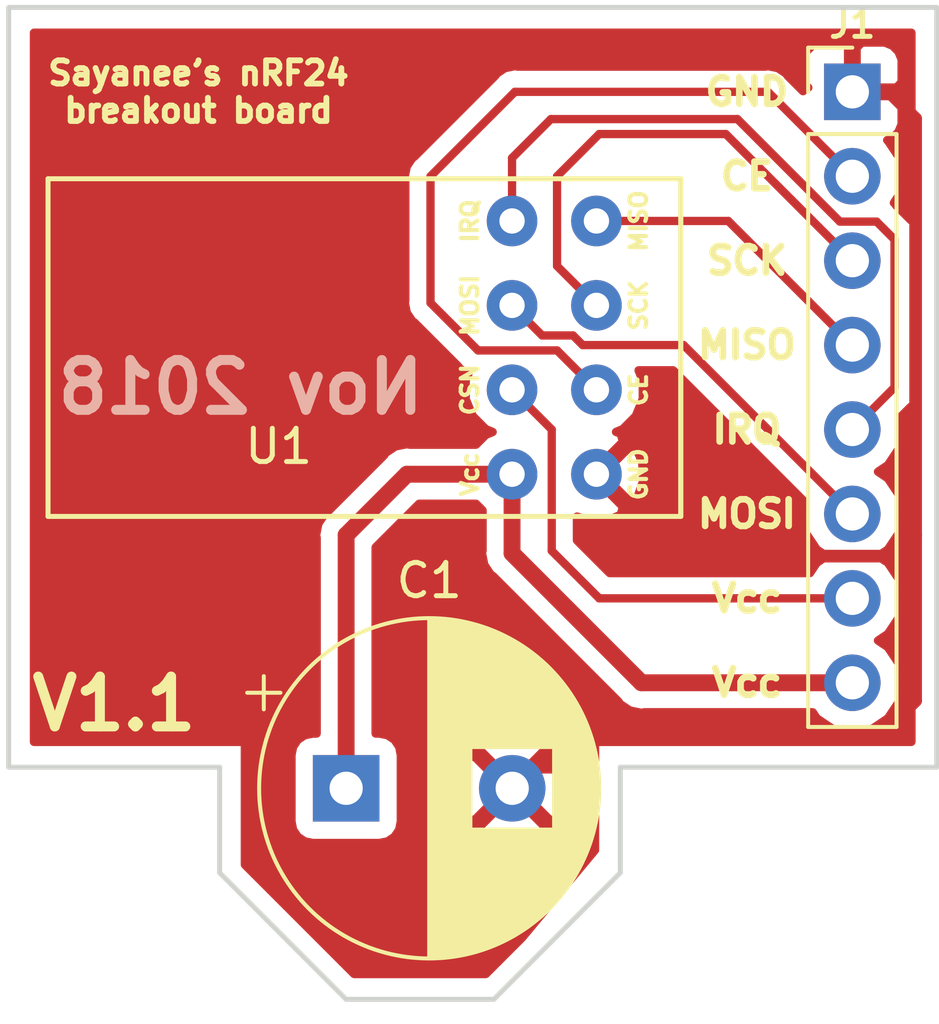
<source format=kicad_pcb>
(kicad_pcb (version 20171130) (host pcbnew "(5.0.1-3-g963ef8bb5)")

  (general
    (thickness 1.6)
    (drawings 22)
    (tracks 49)
    (zones 0)
    (modules 5)
    (nets 9)
  )

  (page A4)
  (title_block
    (title "nRF24 breakout")
    (date 2018-11-20)
    (rev 1.0)
    (comment 1 "Part of KiCad Pro MOOC")
  )

  (layers
    (0 F.Cu signal)
    (31 B.Cu signal)
    (32 B.Adhes user)
    (33 F.Adhes user)
    (34 B.Paste user)
    (35 F.Paste user)
    (36 B.SilkS user)
    (37 F.SilkS user)
    (38 B.Mask user)
    (39 F.Mask user)
    (40 Dwgs.User user)
    (41 Cmts.User user)
    (42 Eco1.User user)
    (43 Eco2.User user)
    (44 Edge.Cuts user)
    (45 Margin user)
    (46 B.CrtYd user)
    (47 F.CrtYd user)
    (48 B.Fab user)
    (49 F.Fab user)
  )

  (setup
    (last_trace_width 0.25)
    (user_trace_width 0.1524)
    (user_trace_width 0.254)
    (user_trace_width 0.381)
    (user_trace_width 0.508)
    (user_trace_width 0.8128)
    (trace_clearance 0.2)
    (zone_clearance 0.508)
    (zone_45_only no)
    (trace_min 0.1524)
    (segment_width 0.2)
    (edge_width 0.15)
    (via_size 0.8)
    (via_drill 0.4)
    (via_min_size 0.4)
    (via_min_drill 0.254)
    (user_via 0.4826 0.3302)
    (user_via 0.5 0.4)
    (user_via 1.905 0.254)
    (uvia_size 0.3)
    (uvia_drill 0.1)
    (uvias_allowed no)
    (uvia_min_size 0.2)
    (uvia_min_drill 0.1)
    (pcb_text_width 0.3)
    (pcb_text_size 1.5 1.5)
    (mod_edge_width 0.15)
    (mod_text_size 1 1)
    (mod_text_width 0.15)
    (pad_size 1.524 1.524)
    (pad_drill 0.762)
    (pad_to_mask_clearance 0.051)
    (solder_mask_min_width 0.25)
    (aux_axis_origin 0 0)
    (visible_elements FFFFFF7F)
    (pcbplotparams
      (layerselection 0x010fc_ffffffff)
      (usegerberextensions true)
      (usegerberattributes false)
      (usegerberadvancedattributes false)
      (creategerberjobfile false)
      (excludeedgelayer true)
      (linewidth 0.100000)
      (plotframeref false)
      (viasonmask false)
      (mode 1)
      (useauxorigin false)
      (hpglpennumber 1)
      (hpglpenspeed 20)
      (hpglpendiameter 15.000000)
      (psnegative false)
      (psa4output false)
      (plotreference true)
      (plotvalue true)
      (plotinvisibletext false)
      (padsonsilk false)
      (subtractmaskfromsilk false)
      (outputformat 1)
      (mirror false)
      (drillshape 0)
      (scaleselection 1)
      (outputdirectory "gerber/"))
  )

  (net 0 "")
  (net 1 "Net-(J1-Pad2)")
  (net 2 "Net-(J1-Pad3)")
  (net 3 "Net-(J1-Pad4)")
  (net 4 "Net-(J1-Pad5)")
  (net 5 "Net-(J1-Pad6)")
  (net 6 "Net-(J1-Pad7)")
  (net 7 "Net-(C1-Pad1)")
  (net 8 "Net-(C1-Pad2)")

  (net_class Default "This is the default net class."
    (clearance 0.2)
    (trace_width 0.25)
    (via_dia 0.8)
    (via_drill 0.4)
    (uvia_dia 0.3)
    (uvia_drill 0.1)
    (add_net "Net-(C1-Pad1)")
    (add_net "Net-(C1-Pad2)")
    (add_net "Net-(J1-Pad2)")
    (add_net "Net-(J1-Pad3)")
    (add_net "Net-(J1-Pad4)")
    (add_net "Net-(J1-Pad5)")
    (add_net "Net-(J1-Pad6)")
    (add_net "Net-(J1-Pad7)")
  )

  (module Connector_PinHeader_2.54mm:PinHeader_1x08_P2.54mm_Vertical (layer F.Cu) (tedit 5BF50D94) (tstamp 5C0C6C5C)
    (at 170.18 88.9)
    (descr "Through hole straight pin header, 1x08, 2.54mm pitch, single row")
    (tags "Through hole pin header THT 1x08 2.54mm single row")
    (path /5BF3742E)
    (fp_text reference J1 (at 0 -2.032) (layer F.SilkS)
      (effects (font (size 0.8 0.8) (thickness 0.15)))
    )
    (fp_text value Conn_01x08 (at 0 20.11) (layer F.Fab) hide
      (effects (font (size 1 1) (thickness 0.15)))
    )
    (fp_line (start -0.635 -1.27) (end 1.27 -1.27) (layer F.Fab) (width 0.1))
    (fp_line (start 1.27 -1.27) (end 1.27 19.05) (layer F.Fab) (width 0.1))
    (fp_line (start 1.27 19.05) (end -1.27 19.05) (layer F.Fab) (width 0.1))
    (fp_line (start -1.27 19.05) (end -1.27 -0.635) (layer F.Fab) (width 0.1))
    (fp_line (start -1.27 -0.635) (end -0.635 -1.27) (layer F.Fab) (width 0.1))
    (fp_line (start -1.33 19.11) (end 1.33 19.11) (layer F.SilkS) (width 0.12))
    (fp_line (start -1.33 1.27) (end -1.33 19.11) (layer F.SilkS) (width 0.12))
    (fp_line (start 1.33 1.27) (end 1.33 19.11) (layer F.SilkS) (width 0.12))
    (fp_line (start -1.33 1.27) (end 1.33 1.27) (layer F.SilkS) (width 0.12))
    (fp_line (start -1.33 0) (end -1.33 -1.33) (layer F.SilkS) (width 0.12))
    (fp_line (start -1.33 -1.33) (end 0 -1.33) (layer F.SilkS) (width 0.12))
    (fp_line (start -1.8 -1.8) (end -1.8 19.55) (layer F.CrtYd) (width 0.05))
    (fp_line (start -1.8 19.55) (end 1.8 19.55) (layer F.CrtYd) (width 0.05))
    (fp_line (start 1.8 19.55) (end 1.8 -1.8) (layer F.CrtYd) (width 0.05))
    (fp_line (start 1.8 -1.8) (end -1.8 -1.8) (layer F.CrtYd) (width 0.05))
    (fp_text user %R (at 0 8.89 90) (layer F.Fab)
      (effects (font (size 1 1) (thickness 0.15)))
    )
    (pad 1 thru_hole rect (at 0 0) (size 1.7 1.7) (drill 1) (layers *.Cu *.Mask)
      (net 8 "Net-(C1-Pad2)"))
    (pad 2 thru_hole oval (at 0 2.54) (size 1.7 1.7) (drill 1) (layers *.Cu *.Mask)
      (net 1 "Net-(J1-Pad2)"))
    (pad 3 thru_hole oval (at 0 5.08) (size 1.7 1.7) (drill 1) (layers *.Cu *.Mask)
      (net 2 "Net-(J1-Pad3)"))
    (pad 4 thru_hole oval (at 0 7.62) (size 1.7 1.7) (drill 1) (layers *.Cu *.Mask)
      (net 3 "Net-(J1-Pad4)"))
    (pad 5 thru_hole oval (at 0 10.16) (size 1.7 1.7) (drill 1) (layers *.Cu *.Mask)
      (net 4 "Net-(J1-Pad5)"))
    (pad 6 thru_hole oval (at 0 12.7) (size 1.7 1.7) (drill 1) (layers *.Cu *.Mask)
      (net 5 "Net-(J1-Pad6)"))
    (pad 7 thru_hole oval (at 0 15.24) (size 1.7 1.7) (drill 1) (layers *.Cu *.Mask)
      (net 6 "Net-(J1-Pad7)"))
    (pad 8 thru_hole oval (at 0 17.78) (size 1.7 1.7) (drill 1) (layers *.Cu *.Mask)
      (net 7 "Net-(C1-Pad1)"))
    (model ${KISYS3DMOD}/Connector_PinHeader_2.54mm.3dshapes/PinHeader_1x08_P2.54mm_Vertical.wrl
      (at (xyz 0 0 0))
      (scale (xyz 1 1 1))
      (rotate (xyz 0 0 0))
    )
  )

  (module nRF24_breakout:nRF24 (layer F.Cu) (tedit 5BF50DB7) (tstamp 5C0C6C75)
    (at 155.490001 96.595001)
    (descr "A footprint for the generic nRF24 module")
    (path /5BF3868E)
    (fp_text reference U1 (at -2.582001 2.972999) (layer F.SilkS)
      (effects (font (size 1 1) (thickness 0.15)))
    )
    (fp_text value nRF24 (at -2.582001 -0.075001) (layer F.Fab)
      (effects (font (size 1 1) (thickness 0.15)))
    )
    (fp_text user GND (at 8.255 3.81 90) (layer F.SilkS)
      (effects (font (size 0.5 0.5) (thickness 0.125)))
    )
    (fp_text user CE (at 8.255 1.27 90) (layer F.SilkS)
      (effects (font (size 0.5 0.5) (thickness 0.125)))
    )
    (fp_text user SCK (at 8.255 -1.27 90) (layer F.SilkS)
      (effects (font (size 0.5 0.5) (thickness 0.125)))
    )
    (fp_text user MISO (at 8.255 -3.81 90) (layer F.SilkS)
      (effects (font (size 0.5 0.5) (thickness 0.125)))
    )
    (fp_text user IRQ (at 3.175 -3.81 90) (layer F.SilkS)
      (effects (font (size 0.5 0.5) (thickness 0.125)))
    )
    (fp_text user MOSI (at 3.175 -1.27 90) (layer F.SilkS)
      (effects (font (size 0.5 0.5) (thickness 0.125)))
    )
    (fp_text user CSN (at 3.175 1.27 90) (layer F.SilkS)
      (effects (font (size 0.5 0.5) (thickness 0.125)))
    )
    (fp_text user Vcc (at 3.175 3.81 90) (layer F.SilkS)
      (effects (font (size 0.5 0.5) (thickness 0.125)))
    )
    (fp_line (start 9.525 5.08) (end 9.525 -5.08) (layer F.SilkS) (width 0.15))
    (fp_line (start -9.525 -5.08) (end -9.525 5.08) (layer F.SilkS) (width 0.15))
    (fp_line (start 9.525 5.08) (end 9.525 -5.08) (layer F.SilkS) (width 0.15))
    (fp_line (start 9.525 -5.08) (end -9.525 -5.08) (layer F.SilkS) (width 0.15))
    (fp_line (start -9.525 5.08) (end 9.525 5.08) (layer F.SilkS) (width 0.15))
    (pad 1 thru_hole circle (at 6.985 1.27) (size 1.524 1.524) (drill 0.762) (layers *.Cu *.Mask)
      (net 1 "Net-(J1-Pad2)"))
    (pad 2 thru_hole circle (at 6.985 -1.27) (size 1.524 1.524) (drill 0.762) (layers *.Cu *.Mask)
      (net 2 "Net-(J1-Pad3)"))
    (pad 3 thru_hole circle (at 6.985 -3.81) (size 1.524 1.524) (drill 0.762) (layers *.Cu *.Mask)
      (net 3 "Net-(J1-Pad4)"))
    (pad 4 thru_hole circle (at 4.445 -3.81) (size 1.524 1.524) (drill 0.762) (layers *.Cu *.Mask)
      (net 4 "Net-(J1-Pad5)"))
    (pad 5 thru_hole circle (at 4.445 -1.27) (size 1.524 1.524) (drill 0.762) (layers *.Cu *.Mask)
      (net 5 "Net-(J1-Pad6)"))
    (pad 6 thru_hole circle (at 4.445 1.27) (size 1.524 1.524) (drill 0.762) (layers *.Cu *.Mask)
      (net 6 "Net-(J1-Pad7)"))
    (pad 7 thru_hole circle (at 4.445 3.81) (size 1.524 1.524) (drill 0.762) (layers *.Cu *.Mask)
      (net 7 "Net-(C1-Pad1)"))
    (pad 0 thru_hole circle (at 6.985 3.81) (size 1.524 1.524) (drill 0.762) (layers *.Cu *.Mask)
      (net 8 "Net-(C1-Pad2)"))
  )

  (module Capacitor_THT:CP_Radial_D10.0mm_P5.00mm (layer F.Cu) (tedit 5AE50EF1) (tstamp 5C027F0D)
    (at 154.94 109.855)
    (descr "CP, Radial series, Radial, pin pitch=5.00mm, , diameter=10mm, Electrolytic Capacitor")
    (tags "CP Radial series Radial pin pitch 5.00mm  diameter 10mm Electrolytic Capacitor")
    (path /5BF515CE)
    (fp_text reference C1 (at 2.5 -6.25) (layer F.SilkS)
      (effects (font (size 1 1) (thickness 0.15)))
    )
    (fp_text value 10uF (at 2.5 6.25) (layer F.Fab)
      (effects (font (size 1 1) (thickness 0.15)))
    )
    (fp_circle (center 2.5 0) (end 7.5 0) (layer F.Fab) (width 0.1))
    (fp_circle (center 2.5 0) (end 7.62 0) (layer F.SilkS) (width 0.12))
    (fp_circle (center 2.5 0) (end 7.75 0) (layer F.CrtYd) (width 0.05))
    (fp_line (start -1.788861 -2.1875) (end -0.788861 -2.1875) (layer F.Fab) (width 0.1))
    (fp_line (start -1.288861 -2.6875) (end -1.288861 -1.6875) (layer F.Fab) (width 0.1))
    (fp_line (start 2.5 -5.08) (end 2.5 5.08) (layer F.SilkS) (width 0.12))
    (fp_line (start 2.54 -5.08) (end 2.54 5.08) (layer F.SilkS) (width 0.12))
    (fp_line (start 2.58 -5.08) (end 2.58 5.08) (layer F.SilkS) (width 0.12))
    (fp_line (start 2.62 -5.079) (end 2.62 5.079) (layer F.SilkS) (width 0.12))
    (fp_line (start 2.66 -5.078) (end 2.66 5.078) (layer F.SilkS) (width 0.12))
    (fp_line (start 2.7 -5.077) (end 2.7 5.077) (layer F.SilkS) (width 0.12))
    (fp_line (start 2.74 -5.075) (end 2.74 5.075) (layer F.SilkS) (width 0.12))
    (fp_line (start 2.78 -5.073) (end 2.78 5.073) (layer F.SilkS) (width 0.12))
    (fp_line (start 2.82 -5.07) (end 2.82 5.07) (layer F.SilkS) (width 0.12))
    (fp_line (start 2.86 -5.068) (end 2.86 5.068) (layer F.SilkS) (width 0.12))
    (fp_line (start 2.9 -5.065) (end 2.9 5.065) (layer F.SilkS) (width 0.12))
    (fp_line (start 2.94 -5.062) (end 2.94 5.062) (layer F.SilkS) (width 0.12))
    (fp_line (start 2.98 -5.058) (end 2.98 5.058) (layer F.SilkS) (width 0.12))
    (fp_line (start 3.02 -5.054) (end 3.02 5.054) (layer F.SilkS) (width 0.12))
    (fp_line (start 3.06 -5.05) (end 3.06 5.05) (layer F.SilkS) (width 0.12))
    (fp_line (start 3.1 -5.045) (end 3.1 5.045) (layer F.SilkS) (width 0.12))
    (fp_line (start 3.14 -5.04) (end 3.14 5.04) (layer F.SilkS) (width 0.12))
    (fp_line (start 3.18 -5.035) (end 3.18 5.035) (layer F.SilkS) (width 0.12))
    (fp_line (start 3.221 -5.03) (end 3.221 5.03) (layer F.SilkS) (width 0.12))
    (fp_line (start 3.261 -5.024) (end 3.261 5.024) (layer F.SilkS) (width 0.12))
    (fp_line (start 3.301 -5.018) (end 3.301 5.018) (layer F.SilkS) (width 0.12))
    (fp_line (start 3.341 -5.011) (end 3.341 5.011) (layer F.SilkS) (width 0.12))
    (fp_line (start 3.381 -5.004) (end 3.381 5.004) (layer F.SilkS) (width 0.12))
    (fp_line (start 3.421 -4.997) (end 3.421 4.997) (layer F.SilkS) (width 0.12))
    (fp_line (start 3.461 -4.99) (end 3.461 4.99) (layer F.SilkS) (width 0.12))
    (fp_line (start 3.501 -4.982) (end 3.501 4.982) (layer F.SilkS) (width 0.12))
    (fp_line (start 3.541 -4.974) (end 3.541 4.974) (layer F.SilkS) (width 0.12))
    (fp_line (start 3.581 -4.965) (end 3.581 4.965) (layer F.SilkS) (width 0.12))
    (fp_line (start 3.621 -4.956) (end 3.621 4.956) (layer F.SilkS) (width 0.12))
    (fp_line (start 3.661 -4.947) (end 3.661 4.947) (layer F.SilkS) (width 0.12))
    (fp_line (start 3.701 -4.938) (end 3.701 4.938) (layer F.SilkS) (width 0.12))
    (fp_line (start 3.741 -4.928) (end 3.741 4.928) (layer F.SilkS) (width 0.12))
    (fp_line (start 3.781 -4.918) (end 3.781 -1.241) (layer F.SilkS) (width 0.12))
    (fp_line (start 3.781 1.241) (end 3.781 4.918) (layer F.SilkS) (width 0.12))
    (fp_line (start 3.821 -4.907) (end 3.821 -1.241) (layer F.SilkS) (width 0.12))
    (fp_line (start 3.821 1.241) (end 3.821 4.907) (layer F.SilkS) (width 0.12))
    (fp_line (start 3.861 -4.897) (end 3.861 -1.241) (layer F.SilkS) (width 0.12))
    (fp_line (start 3.861 1.241) (end 3.861 4.897) (layer F.SilkS) (width 0.12))
    (fp_line (start 3.901 -4.885) (end 3.901 -1.241) (layer F.SilkS) (width 0.12))
    (fp_line (start 3.901 1.241) (end 3.901 4.885) (layer F.SilkS) (width 0.12))
    (fp_line (start 3.941 -4.874) (end 3.941 -1.241) (layer F.SilkS) (width 0.12))
    (fp_line (start 3.941 1.241) (end 3.941 4.874) (layer F.SilkS) (width 0.12))
    (fp_line (start 3.981 -4.862) (end 3.981 -1.241) (layer F.SilkS) (width 0.12))
    (fp_line (start 3.981 1.241) (end 3.981 4.862) (layer F.SilkS) (width 0.12))
    (fp_line (start 4.021 -4.85) (end 4.021 -1.241) (layer F.SilkS) (width 0.12))
    (fp_line (start 4.021 1.241) (end 4.021 4.85) (layer F.SilkS) (width 0.12))
    (fp_line (start 4.061 -4.837) (end 4.061 -1.241) (layer F.SilkS) (width 0.12))
    (fp_line (start 4.061 1.241) (end 4.061 4.837) (layer F.SilkS) (width 0.12))
    (fp_line (start 4.101 -4.824) (end 4.101 -1.241) (layer F.SilkS) (width 0.12))
    (fp_line (start 4.101 1.241) (end 4.101 4.824) (layer F.SilkS) (width 0.12))
    (fp_line (start 4.141 -4.811) (end 4.141 -1.241) (layer F.SilkS) (width 0.12))
    (fp_line (start 4.141 1.241) (end 4.141 4.811) (layer F.SilkS) (width 0.12))
    (fp_line (start 4.181 -4.797) (end 4.181 -1.241) (layer F.SilkS) (width 0.12))
    (fp_line (start 4.181 1.241) (end 4.181 4.797) (layer F.SilkS) (width 0.12))
    (fp_line (start 4.221 -4.783) (end 4.221 -1.241) (layer F.SilkS) (width 0.12))
    (fp_line (start 4.221 1.241) (end 4.221 4.783) (layer F.SilkS) (width 0.12))
    (fp_line (start 4.261 -4.768) (end 4.261 -1.241) (layer F.SilkS) (width 0.12))
    (fp_line (start 4.261 1.241) (end 4.261 4.768) (layer F.SilkS) (width 0.12))
    (fp_line (start 4.301 -4.754) (end 4.301 -1.241) (layer F.SilkS) (width 0.12))
    (fp_line (start 4.301 1.241) (end 4.301 4.754) (layer F.SilkS) (width 0.12))
    (fp_line (start 4.341 -4.738) (end 4.341 -1.241) (layer F.SilkS) (width 0.12))
    (fp_line (start 4.341 1.241) (end 4.341 4.738) (layer F.SilkS) (width 0.12))
    (fp_line (start 4.381 -4.723) (end 4.381 -1.241) (layer F.SilkS) (width 0.12))
    (fp_line (start 4.381 1.241) (end 4.381 4.723) (layer F.SilkS) (width 0.12))
    (fp_line (start 4.421 -4.707) (end 4.421 -1.241) (layer F.SilkS) (width 0.12))
    (fp_line (start 4.421 1.241) (end 4.421 4.707) (layer F.SilkS) (width 0.12))
    (fp_line (start 4.461 -4.69) (end 4.461 -1.241) (layer F.SilkS) (width 0.12))
    (fp_line (start 4.461 1.241) (end 4.461 4.69) (layer F.SilkS) (width 0.12))
    (fp_line (start 4.501 -4.674) (end 4.501 -1.241) (layer F.SilkS) (width 0.12))
    (fp_line (start 4.501 1.241) (end 4.501 4.674) (layer F.SilkS) (width 0.12))
    (fp_line (start 4.541 -4.657) (end 4.541 -1.241) (layer F.SilkS) (width 0.12))
    (fp_line (start 4.541 1.241) (end 4.541 4.657) (layer F.SilkS) (width 0.12))
    (fp_line (start 4.581 -4.639) (end 4.581 -1.241) (layer F.SilkS) (width 0.12))
    (fp_line (start 4.581 1.241) (end 4.581 4.639) (layer F.SilkS) (width 0.12))
    (fp_line (start 4.621 -4.621) (end 4.621 -1.241) (layer F.SilkS) (width 0.12))
    (fp_line (start 4.621 1.241) (end 4.621 4.621) (layer F.SilkS) (width 0.12))
    (fp_line (start 4.661 -4.603) (end 4.661 -1.241) (layer F.SilkS) (width 0.12))
    (fp_line (start 4.661 1.241) (end 4.661 4.603) (layer F.SilkS) (width 0.12))
    (fp_line (start 4.701 -4.584) (end 4.701 -1.241) (layer F.SilkS) (width 0.12))
    (fp_line (start 4.701 1.241) (end 4.701 4.584) (layer F.SilkS) (width 0.12))
    (fp_line (start 4.741 -4.564) (end 4.741 -1.241) (layer F.SilkS) (width 0.12))
    (fp_line (start 4.741 1.241) (end 4.741 4.564) (layer F.SilkS) (width 0.12))
    (fp_line (start 4.781 -4.545) (end 4.781 -1.241) (layer F.SilkS) (width 0.12))
    (fp_line (start 4.781 1.241) (end 4.781 4.545) (layer F.SilkS) (width 0.12))
    (fp_line (start 4.821 -4.525) (end 4.821 -1.241) (layer F.SilkS) (width 0.12))
    (fp_line (start 4.821 1.241) (end 4.821 4.525) (layer F.SilkS) (width 0.12))
    (fp_line (start 4.861 -4.504) (end 4.861 -1.241) (layer F.SilkS) (width 0.12))
    (fp_line (start 4.861 1.241) (end 4.861 4.504) (layer F.SilkS) (width 0.12))
    (fp_line (start 4.901 -4.483) (end 4.901 -1.241) (layer F.SilkS) (width 0.12))
    (fp_line (start 4.901 1.241) (end 4.901 4.483) (layer F.SilkS) (width 0.12))
    (fp_line (start 4.941 -4.462) (end 4.941 -1.241) (layer F.SilkS) (width 0.12))
    (fp_line (start 4.941 1.241) (end 4.941 4.462) (layer F.SilkS) (width 0.12))
    (fp_line (start 4.981 -4.44) (end 4.981 -1.241) (layer F.SilkS) (width 0.12))
    (fp_line (start 4.981 1.241) (end 4.981 4.44) (layer F.SilkS) (width 0.12))
    (fp_line (start 5.021 -4.417) (end 5.021 -1.241) (layer F.SilkS) (width 0.12))
    (fp_line (start 5.021 1.241) (end 5.021 4.417) (layer F.SilkS) (width 0.12))
    (fp_line (start 5.061 -4.395) (end 5.061 -1.241) (layer F.SilkS) (width 0.12))
    (fp_line (start 5.061 1.241) (end 5.061 4.395) (layer F.SilkS) (width 0.12))
    (fp_line (start 5.101 -4.371) (end 5.101 -1.241) (layer F.SilkS) (width 0.12))
    (fp_line (start 5.101 1.241) (end 5.101 4.371) (layer F.SilkS) (width 0.12))
    (fp_line (start 5.141 -4.347) (end 5.141 -1.241) (layer F.SilkS) (width 0.12))
    (fp_line (start 5.141 1.241) (end 5.141 4.347) (layer F.SilkS) (width 0.12))
    (fp_line (start 5.181 -4.323) (end 5.181 -1.241) (layer F.SilkS) (width 0.12))
    (fp_line (start 5.181 1.241) (end 5.181 4.323) (layer F.SilkS) (width 0.12))
    (fp_line (start 5.221 -4.298) (end 5.221 -1.241) (layer F.SilkS) (width 0.12))
    (fp_line (start 5.221 1.241) (end 5.221 4.298) (layer F.SilkS) (width 0.12))
    (fp_line (start 5.261 -4.273) (end 5.261 -1.241) (layer F.SilkS) (width 0.12))
    (fp_line (start 5.261 1.241) (end 5.261 4.273) (layer F.SilkS) (width 0.12))
    (fp_line (start 5.301 -4.247) (end 5.301 -1.241) (layer F.SilkS) (width 0.12))
    (fp_line (start 5.301 1.241) (end 5.301 4.247) (layer F.SilkS) (width 0.12))
    (fp_line (start 5.341 -4.221) (end 5.341 -1.241) (layer F.SilkS) (width 0.12))
    (fp_line (start 5.341 1.241) (end 5.341 4.221) (layer F.SilkS) (width 0.12))
    (fp_line (start 5.381 -4.194) (end 5.381 -1.241) (layer F.SilkS) (width 0.12))
    (fp_line (start 5.381 1.241) (end 5.381 4.194) (layer F.SilkS) (width 0.12))
    (fp_line (start 5.421 -4.166) (end 5.421 -1.241) (layer F.SilkS) (width 0.12))
    (fp_line (start 5.421 1.241) (end 5.421 4.166) (layer F.SilkS) (width 0.12))
    (fp_line (start 5.461 -4.138) (end 5.461 -1.241) (layer F.SilkS) (width 0.12))
    (fp_line (start 5.461 1.241) (end 5.461 4.138) (layer F.SilkS) (width 0.12))
    (fp_line (start 5.501 -4.11) (end 5.501 -1.241) (layer F.SilkS) (width 0.12))
    (fp_line (start 5.501 1.241) (end 5.501 4.11) (layer F.SilkS) (width 0.12))
    (fp_line (start 5.541 -4.08) (end 5.541 -1.241) (layer F.SilkS) (width 0.12))
    (fp_line (start 5.541 1.241) (end 5.541 4.08) (layer F.SilkS) (width 0.12))
    (fp_line (start 5.581 -4.05) (end 5.581 -1.241) (layer F.SilkS) (width 0.12))
    (fp_line (start 5.581 1.241) (end 5.581 4.05) (layer F.SilkS) (width 0.12))
    (fp_line (start 5.621 -4.02) (end 5.621 -1.241) (layer F.SilkS) (width 0.12))
    (fp_line (start 5.621 1.241) (end 5.621 4.02) (layer F.SilkS) (width 0.12))
    (fp_line (start 5.661 -3.989) (end 5.661 -1.241) (layer F.SilkS) (width 0.12))
    (fp_line (start 5.661 1.241) (end 5.661 3.989) (layer F.SilkS) (width 0.12))
    (fp_line (start 5.701 -3.957) (end 5.701 -1.241) (layer F.SilkS) (width 0.12))
    (fp_line (start 5.701 1.241) (end 5.701 3.957) (layer F.SilkS) (width 0.12))
    (fp_line (start 5.741 -3.925) (end 5.741 -1.241) (layer F.SilkS) (width 0.12))
    (fp_line (start 5.741 1.241) (end 5.741 3.925) (layer F.SilkS) (width 0.12))
    (fp_line (start 5.781 -3.892) (end 5.781 -1.241) (layer F.SilkS) (width 0.12))
    (fp_line (start 5.781 1.241) (end 5.781 3.892) (layer F.SilkS) (width 0.12))
    (fp_line (start 5.821 -3.858) (end 5.821 -1.241) (layer F.SilkS) (width 0.12))
    (fp_line (start 5.821 1.241) (end 5.821 3.858) (layer F.SilkS) (width 0.12))
    (fp_line (start 5.861 -3.824) (end 5.861 -1.241) (layer F.SilkS) (width 0.12))
    (fp_line (start 5.861 1.241) (end 5.861 3.824) (layer F.SilkS) (width 0.12))
    (fp_line (start 5.901 -3.789) (end 5.901 -1.241) (layer F.SilkS) (width 0.12))
    (fp_line (start 5.901 1.241) (end 5.901 3.789) (layer F.SilkS) (width 0.12))
    (fp_line (start 5.941 -3.753) (end 5.941 -1.241) (layer F.SilkS) (width 0.12))
    (fp_line (start 5.941 1.241) (end 5.941 3.753) (layer F.SilkS) (width 0.12))
    (fp_line (start 5.981 -3.716) (end 5.981 -1.241) (layer F.SilkS) (width 0.12))
    (fp_line (start 5.981 1.241) (end 5.981 3.716) (layer F.SilkS) (width 0.12))
    (fp_line (start 6.021 -3.679) (end 6.021 -1.241) (layer F.SilkS) (width 0.12))
    (fp_line (start 6.021 1.241) (end 6.021 3.679) (layer F.SilkS) (width 0.12))
    (fp_line (start 6.061 -3.64) (end 6.061 -1.241) (layer F.SilkS) (width 0.12))
    (fp_line (start 6.061 1.241) (end 6.061 3.64) (layer F.SilkS) (width 0.12))
    (fp_line (start 6.101 -3.601) (end 6.101 -1.241) (layer F.SilkS) (width 0.12))
    (fp_line (start 6.101 1.241) (end 6.101 3.601) (layer F.SilkS) (width 0.12))
    (fp_line (start 6.141 -3.561) (end 6.141 -1.241) (layer F.SilkS) (width 0.12))
    (fp_line (start 6.141 1.241) (end 6.141 3.561) (layer F.SilkS) (width 0.12))
    (fp_line (start 6.181 -3.52) (end 6.181 -1.241) (layer F.SilkS) (width 0.12))
    (fp_line (start 6.181 1.241) (end 6.181 3.52) (layer F.SilkS) (width 0.12))
    (fp_line (start 6.221 -3.478) (end 6.221 -1.241) (layer F.SilkS) (width 0.12))
    (fp_line (start 6.221 1.241) (end 6.221 3.478) (layer F.SilkS) (width 0.12))
    (fp_line (start 6.261 -3.436) (end 6.261 3.436) (layer F.SilkS) (width 0.12))
    (fp_line (start 6.301 -3.392) (end 6.301 3.392) (layer F.SilkS) (width 0.12))
    (fp_line (start 6.341 -3.347) (end 6.341 3.347) (layer F.SilkS) (width 0.12))
    (fp_line (start 6.381 -3.301) (end 6.381 3.301) (layer F.SilkS) (width 0.12))
    (fp_line (start 6.421 -3.254) (end 6.421 3.254) (layer F.SilkS) (width 0.12))
    (fp_line (start 6.461 -3.206) (end 6.461 3.206) (layer F.SilkS) (width 0.12))
    (fp_line (start 6.501 -3.156) (end 6.501 3.156) (layer F.SilkS) (width 0.12))
    (fp_line (start 6.541 -3.106) (end 6.541 3.106) (layer F.SilkS) (width 0.12))
    (fp_line (start 6.581 -3.054) (end 6.581 3.054) (layer F.SilkS) (width 0.12))
    (fp_line (start 6.621 -3) (end 6.621 3) (layer F.SilkS) (width 0.12))
    (fp_line (start 6.661 -2.945) (end 6.661 2.945) (layer F.SilkS) (width 0.12))
    (fp_line (start 6.701 -2.889) (end 6.701 2.889) (layer F.SilkS) (width 0.12))
    (fp_line (start 6.741 -2.83) (end 6.741 2.83) (layer F.SilkS) (width 0.12))
    (fp_line (start 6.781 -2.77) (end 6.781 2.77) (layer F.SilkS) (width 0.12))
    (fp_line (start 6.821 -2.709) (end 6.821 2.709) (layer F.SilkS) (width 0.12))
    (fp_line (start 6.861 -2.645) (end 6.861 2.645) (layer F.SilkS) (width 0.12))
    (fp_line (start 6.901 -2.579) (end 6.901 2.579) (layer F.SilkS) (width 0.12))
    (fp_line (start 6.941 -2.51) (end 6.941 2.51) (layer F.SilkS) (width 0.12))
    (fp_line (start 6.981 -2.439) (end 6.981 2.439) (layer F.SilkS) (width 0.12))
    (fp_line (start 7.021 -2.365) (end 7.021 2.365) (layer F.SilkS) (width 0.12))
    (fp_line (start 7.061 -2.289) (end 7.061 2.289) (layer F.SilkS) (width 0.12))
    (fp_line (start 7.101 -2.209) (end 7.101 2.209) (layer F.SilkS) (width 0.12))
    (fp_line (start 7.141 -2.125) (end 7.141 2.125) (layer F.SilkS) (width 0.12))
    (fp_line (start 7.181 -2.037) (end 7.181 2.037) (layer F.SilkS) (width 0.12))
    (fp_line (start 7.221 -1.944) (end 7.221 1.944) (layer F.SilkS) (width 0.12))
    (fp_line (start 7.261 -1.846) (end 7.261 1.846) (layer F.SilkS) (width 0.12))
    (fp_line (start 7.301 -1.742) (end 7.301 1.742) (layer F.SilkS) (width 0.12))
    (fp_line (start 7.341 -1.63) (end 7.341 1.63) (layer F.SilkS) (width 0.12))
    (fp_line (start 7.381 -1.51) (end 7.381 1.51) (layer F.SilkS) (width 0.12))
    (fp_line (start 7.421 -1.378) (end 7.421 1.378) (layer F.SilkS) (width 0.12))
    (fp_line (start 7.461 -1.23) (end 7.461 1.23) (layer F.SilkS) (width 0.12))
    (fp_line (start 7.501 -1.062) (end 7.501 1.062) (layer F.SilkS) (width 0.12))
    (fp_line (start 7.541 -0.862) (end 7.541 0.862) (layer F.SilkS) (width 0.12))
    (fp_line (start 7.581 -0.599) (end 7.581 0.599) (layer F.SilkS) (width 0.12))
    (fp_line (start -2.979646 -2.875) (end -1.979646 -2.875) (layer F.SilkS) (width 0.12))
    (fp_line (start -2.479646 -3.375) (end -2.479646 -2.375) (layer F.SilkS) (width 0.12))
    (fp_text user %R (at 2.5 0) (layer F.Fab)
      (effects (font (size 1 1) (thickness 0.15)))
    )
    (pad 1 thru_hole rect (at 0 0) (size 2 2) (drill 1) (layers *.Cu *.Mask)
      (net 7 "Net-(C1-Pad1)"))
    (pad 2 thru_hole circle (at 5 0) (size 2 2) (drill 1) (layers *.Cu *.Mask)
      (net 8 "Net-(C1-Pad2)"))
    (model ${KISYS3DMOD}/Capacitor_THT.3dshapes/CP_Radial_D10.0mm_P5.00mm.wrl
      (at (xyz 0 0 0))
      (scale (xyz 1 1 1))
      (rotate (xyz 0 0 0))
    )
  )

  (module Logo_OSH:osh_logo (layer F.Cu) (tedit 0) (tstamp 5C0EFA04)
    (at 147.32 88.265)
    (fp_text reference G*** (at 0 0) (layer F.SilkS) hide
      (effects (font (size 1.524 1.524) (thickness 0.3)))
    )
    (fp_text value LOGO (at 0.75 0) (layer F.SilkS) hide
      (effects (font (size 1.524 1.524) (thickness 0.3)))
    )
  )

  (module Logo_OSH:osh_logo (layer F.Cu) (tedit 0) (tstamp 5C0EFA0B)
    (at 147.32 88.265)
    (fp_text reference G*** (at 0 0) (layer F.SilkS) hide
      (effects (font (size 1.524 1.524) (thickness 0.3)))
    )
    (fp_text value LOGO (at 0.75 0) (layer F.SilkS) hide
      (effects (font (size 1.524 1.524) (thickness 0.3)))
    )
  )

  (gr_text "Nov 2018" (at 151.765 97.79) (layer B.SilkS)
    (effects (font (size 1.5 1.5) (thickness 0.3)) (justify mirror))
  )
  (gr_text "Sayanee’s nRF24\nbreakout board" (at 150.495 88.9) (layer F.SilkS)
    (effects (font (size 0.7 0.7) (thickness 0.175)))
  )
  (gr_line (start 163.195 109.22) (end 172.72 109.22) (layer Edge.Cuts) (width 0.15))
  (gr_line (start 163.195 112.395) (end 163.195 109.22) (layer Edge.Cuts) (width 0.15))
  (gr_line (start 159.385 116.205) (end 163.195 112.395) (layer Edge.Cuts) (width 0.15))
  (gr_line (start 154.94 116.205) (end 159.385 116.205) (layer Edge.Cuts) (width 0.15))
  (gr_line (start 153.67 114.935) (end 154.94 116.205) (layer Edge.Cuts) (width 0.15))
  (gr_line (start 151.13 112.395) (end 153.67 114.935) (layer Edge.Cuts) (width 0.15))
  (gr_line (start 151.13 109.22) (end 151.13 112.395) (layer Edge.Cuts) (width 0.15))
  (gr_line (start 144.78 109.22) (end 151.13 109.22) (layer Edge.Cuts) (width 0.15))
  (gr_text V1.1 (at 147.955 107.315) (layer F.SilkS)
    (effects (font (size 1.5 1.5) (thickness 0.3)))
  )
  (gr_text GND (at 167.005 88.9) (layer F.SilkS) (tstamp 5BF51205)
    (effects (font (size 0.8 0.8) (thickness 0.2)))
  )
  (gr_text CE (at 167.005 91.44) (layer F.SilkS) (tstamp 5BF51203)
    (effects (font (size 0.8 0.8) (thickness 0.2)))
  )
  (gr_text SCK (at 167.005 93.98) (layer F.SilkS) (tstamp 5BF51201)
    (effects (font (size 0.8 0.8) (thickness 0.2)))
  )
  (gr_text MISO (at 167.005 96.52) (layer F.SilkS) (tstamp 5BF511FF)
    (effects (font (size 0.8 0.8) (thickness 0.2)))
  )
  (gr_text IRQ (at 167.005 99.06) (layer F.SilkS) (tstamp 5BF511FD)
    (effects (font (size 0.8 0.8) (thickness 0.2)))
  )
  (gr_text MOSI (at 167.005 101.6) (layer F.SilkS) (tstamp 5BF511FB)
    (effects (font (size 0.8 0.8) (thickness 0.2)))
  )
  (gr_text Vcc (at 167.005 104.14) (layer F.SilkS) (tstamp 5BF511F7)
    (effects (font (size 0.8 0.8) (thickness 0.2)))
  )
  (gr_text Vcc (at 167.005 106.68) (layer F.SilkS)
    (effects (font (size 0.8 0.8) (thickness 0.2)))
  )
  (gr_line (start 172.72 109.22) (end 172.72 86.36) (layer Edge.Cuts) (width 0.15))
  (gr_line (start 144.78 86.36) (end 144.78 109.22) (layer Edge.Cuts) (width 0.15))
  (gr_line (start 172.72 86.36) (end 144.78 86.36) (layer Edge.Cuts) (width 0.15))

  (segment (start 167.64 88.9) (end 170.18 91.44) (width 0.25) (layer F.Cu) (net 1))
  (segment (start 160.02 88.9) (end 167.64 88.9) (width 0.25) (layer F.Cu) (net 1))
  (segment (start 158.91 96.68) (end 157.48 95.25) (width 0.25) (layer F.Cu) (net 1))
  (segment (start 161.29 96.68) (end 158.91 96.68) (width 0.25) (layer F.Cu) (net 1))
  (segment (start 157.48 91.44) (end 160.02 88.9) (width 0.25) (layer F.Cu) (net 1))
  (segment (start 157.48 95.25) (end 157.48 91.44) (width 0.25) (layer F.Cu) (net 1))
  (segment (start 162.475001 97.865001) (end 161.29 96.68) (width 0.25) (layer F.Cu) (net 1))
  (segment (start 162.475001 95.325001) (end 161.29 94.14) (width 0.25) (layer F.Cu) (net 2))
  (segment (start 161.29 94.14) (end 161.29 91.44) (width 0.25) (layer F.Cu) (net 2))
  (segment (start 161.29 91.44) (end 162.56 90.17) (width 0.25) (layer F.Cu) (net 2))
  (segment (start 162.56 90.17) (end 166.37 90.17) (width 0.25) (layer F.Cu) (net 2))
  (segment (start 166.37 90.17) (end 170.18 93.98) (width 0.25) (layer F.Cu) (net 2))
  (segment (start 166.445001 92.785001) (end 170.18 96.52) (width 0.25) (layer F.Cu) (net 3))
  (segment (start 162.475001 92.785001) (end 166.445001 92.785001) (width 0.25) (layer F.Cu) (net 3))
  (segment (start 159.935001 92.785001) (end 159.935001 90.889999) (width 0.25) (layer F.Cu) (net 4))
  (segment (start 169.805997 92.804999) (end 170.909999 92.804999) (width 0.25) (layer F.Cu) (net 4))
  (segment (start 166.720989 89.719991) (end 169.805997 92.804999) (width 0.25) (layer F.Cu) (net 4))
  (segment (start 161.105009 89.719991) (end 166.720989 89.719991) (width 0.25) (layer F.Cu) (net 4))
  (segment (start 159.935001 90.889999) (end 161.105009 89.719991) (width 0.25) (layer F.Cu) (net 4))
  (segment (start 170.909999 92.804999) (end 171.45 93.345) (width 0.25) (layer F.Cu) (net 4))
  (segment (start 171.45 97.79) (end 170.18 99.06) (width 0.25) (layer F.Cu) (net 4))
  (segment (start 171.45 93.345) (end 171.45 97.79) (width 0.25) (layer F.Cu) (net 4))
  (segment (start 159.935001 95.325001) (end 160.83999 96.22999) (width 0.25) (layer F.Cu) (net 5))
  (segment (start 161.771228 96.22999) (end 162.061238 96.52) (width 0.25) (layer F.Cu) (net 5))
  (segment (start 160.83999 96.22999) (end 161.771228 96.22999) (width 0.25) (layer F.Cu) (net 5))
  (segment (start 165.1 96.52) (end 170.18 101.6) (width 0.25) (layer F.Cu) (net 5))
  (segment (start 162.061238 96.52) (end 165.1 96.52) (width 0.25) (layer F.Cu) (net 5))
  (segment (start 159.935001 97.865001) (end 161.13 99.06) (width 0.25) (layer F.Cu) (net 6))
  (segment (start 161.13 99.06) (end 161.13 102.71) (width 0.25) (layer F.Cu) (net 6))
  (segment (start 162.56 104.14) (end 170.18 104.14) (width 0.25) (layer F.Cu) (net 6))
  (segment (start 161.13 102.71) (end 162.56 104.14) (width 0.25) (layer F.Cu) (net 6))
  (segment (start 163.83 106.68) (end 159.935001 102.785001) (width 0.508) (layer F.Cu) (net 7))
  (segment (start 159.935001 102.785001) (end 159.935001 100.405001) (width 0.508) (layer F.Cu) (net 7))
  (segment (start 170.18 106.68) (end 163.83 106.68) (width 0.508) (layer F.Cu) (net 7))
  (segment (start 154.94 102.235) (end 156.769999 100.405001) (width 0.508) (layer F.Cu) (net 7))
  (segment (start 156.769999 100.405001) (end 159.935001 100.405001) (width 0.508) (layer F.Cu) (net 7))
  (segment (start 154.94 109.855) (end 154.94 102.235) (width 0.508) (layer F.Cu) (net 7))
  (segment (start 171.28 88.9) (end 170.18 88.9) (width 0.381) (layer F.Cu) (net 8))
  (segment (start 164.94 102.87) (end 171.45 102.87) (width 0.381) (layer F.Cu) (net 8))
  (segment (start 172.085 102.235) (end 172.085 89.705) (width 0.381) (layer F.Cu) (net 8))
  (segment (start 171.45 102.87) (end 172.085 102.235) (width 0.381) (layer F.Cu) (net 8))
  (segment (start 172.085 89.705) (end 171.28 88.9) (width 0.381) (layer F.Cu) (net 8))
  (segment (start 162.475001 100.405001) (end 164.94 102.87) (width 0.381) (layer F.Cu) (net 8))
  (segment (start 162.169999 108.220001) (end 171.085001 108.220001) (width 0.381) (layer F.Cu) (net 8))
  (segment (start 161.17 109.22) (end 162.169999 108.220001) (width 0.381) (layer F.Cu) (net 8))
  (segment (start 172.085 107.220002) (end 172.085 102.235) (width 0.381) (layer F.Cu) (net 8))
  (segment (start 171.085001 108.220001) (end 172.085 107.220002) (width 0.381) (layer F.Cu) (net 8))
  (segment (start 160.575 109.22) (end 159.94 109.855) (width 0.25) (layer F.Cu) (net 8))
  (segment (start 161.17 109.22) (end 160.575 109.22) (width 0.381) (layer F.Cu) (net 8))

  (zone (net 8) (net_name "Net-(C1-Pad2)") (layer F.Cu) (tstamp 5C028A82) (hatch edge 0.508)
    (connect_pads (clearance 0.508))
    (min_thickness 0.254)
    (fill yes (arc_segments 16) (thermal_gap 0.508) (thermal_bridge_width 0.508))
    (polygon
      (pts
        (xy 172.085 108.585) (xy 163.195 108.585) (xy 162.56 108.585) (xy 162.56 111.76) (xy 159.385 115.57)
        (xy 154.94 115.57) (xy 151.765 112.395) (xy 151.765 108.585) (xy 145.415 108.585) (xy 145.415 86.995)
        (xy 172.085 86.995)
      )
    )
    (filled_polygon
      (pts
        (xy 171.958 92.770391) (xy 171.934473 92.754671) (xy 171.50033 92.320529) (xy 171.457928 92.25707) (xy 171.431738 92.23957)
        (xy 171.578839 92.019418) (xy 171.694092 91.44) (xy 171.578839 90.860582) (xy 171.250625 90.369375) (xy 171.228967 90.354904)
        (xy 171.389698 90.288327) (xy 171.568327 90.109699) (xy 171.665 89.87631) (xy 171.665 89.18575) (xy 171.50625 89.027)
        (xy 170.307 89.027) (xy 170.307 89.047) (xy 170.053 89.047) (xy 170.053 89.027) (xy 170.033 89.027)
        (xy 170.033 88.773) (xy 170.053 88.773) (xy 170.053 87.57375) (xy 170.307 87.57375) (xy 170.307 88.773)
        (xy 171.50625 88.773) (xy 171.665 88.61425) (xy 171.665 87.92369) (xy 171.568327 87.690301) (xy 171.389698 87.511673)
        (xy 171.156309 87.415) (xy 170.46575 87.415) (xy 170.307 87.57375) (xy 170.053 87.57375) (xy 169.89425 87.415)
        (xy 169.203691 87.415) (xy 168.970302 87.511673) (xy 168.791673 87.690301) (xy 168.695 87.92369) (xy 168.695 88.61425)
        (xy 168.853748 88.772998) (xy 168.695 88.772998) (xy 168.695 88.880198) (xy 168.230331 88.41553) (xy 168.187929 88.352071)
        (xy 167.936537 88.184096) (xy 167.714852 88.14) (xy 167.714847 88.14) (xy 167.64 88.125112) (xy 167.565153 88.14)
        (xy 160.094846 88.14) (xy 160.019999 88.125112) (xy 159.945152 88.14) (xy 159.945148 88.14) (xy 159.723463 88.184096)
        (xy 159.723461 88.184097) (xy 159.723462 88.184097) (xy 159.535526 88.309671) (xy 159.535524 88.309673) (xy 159.472071 88.352071)
        (xy 159.429673 88.415524) (xy 156.995528 90.849671) (xy 156.932072 90.892071) (xy 156.889673 90.955526) (xy 156.889671 90.955528)
        (xy 156.764097 91.143463) (xy 156.705112 91.44) (xy 156.720001 91.514852) (xy 156.72 95.175153) (xy 156.705112 95.25)
        (xy 156.72 95.324847) (xy 156.72 95.324851) (xy 156.764096 95.546536) (xy 156.932071 95.797929) (xy 156.99553 95.840331)
        (xy 158.319673 97.164476) (xy 158.362071 97.227929) (xy 158.425524 97.270327) (xy 158.425526 97.270329) (xy 158.550902 97.354102)
        (xy 158.613463 97.395904) (xy 158.61692 97.396592) (xy 158.538001 97.58712) (xy 158.538001 98.142882) (xy 158.750681 98.656338)
        (xy 159.143664 99.049321) (xy 159.350514 99.135001) (xy 159.143664 99.220681) (xy 158.848344 99.516001) (xy 156.857549 99.516001)
        (xy 156.769998 99.498586) (xy 156.682447 99.516001) (xy 156.682443 99.516001) (xy 156.423129 99.567582) (xy 156.129066 99.764068)
        (xy 156.07947 99.838294) (xy 154.373294 101.544471) (xy 154.299068 101.594067) (xy 154.249472 101.668293) (xy 154.249471 101.668294)
        (xy 154.102582 101.88813) (xy 154.033584 102.235) (xy 154.051001 102.322559) (xy 154.051 108.20756) (xy 153.94 108.20756)
        (xy 153.692235 108.256843) (xy 153.482191 108.397191) (xy 153.341843 108.607235) (xy 153.29256 108.855) (xy 153.29256 110.855)
        (xy 153.341843 111.102765) (xy 153.482191 111.312809) (xy 153.692235 111.453157) (xy 153.94 111.50244) (xy 155.94 111.50244)
        (xy 156.187765 111.453157) (xy 156.397809 111.312809) (xy 156.538157 111.102765) (xy 156.557099 111.007532) (xy 158.967073 111.007532)
        (xy 159.065736 111.274387) (xy 159.675461 111.500908) (xy 160.32546 111.476856) (xy 160.814264 111.274387) (xy 160.912927 111.007532)
        (xy 159.94 110.034605) (xy 158.967073 111.007532) (xy 156.557099 111.007532) (xy 156.58744 110.855) (xy 156.58744 109.590461)
        (xy 158.294092 109.590461) (xy 158.318144 110.24046) (xy 158.520613 110.729264) (xy 158.787468 110.827927) (xy 159.760395 109.855)
        (xy 160.119605 109.855) (xy 161.092532 110.827927) (xy 161.359387 110.729264) (xy 161.585908 110.119539) (xy 161.561856 109.46954)
        (xy 161.359387 108.980736) (xy 161.092532 108.882073) (xy 160.119605 109.855) (xy 159.760395 109.855) (xy 158.787468 108.882073)
        (xy 158.520613 108.980736) (xy 158.294092 109.590461) (xy 156.58744 109.590461) (xy 156.58744 108.855) (xy 156.5571 108.702468)
        (xy 158.967073 108.702468) (xy 159.94 109.675395) (xy 160.912927 108.702468) (xy 160.814264 108.435613) (xy 160.204539 108.209092)
        (xy 159.55454 108.233144) (xy 159.065736 108.435613) (xy 158.967073 108.702468) (xy 156.5571 108.702468) (xy 156.538157 108.607235)
        (xy 156.397809 108.397191) (xy 156.187765 108.256843) (xy 155.94 108.20756) (xy 155.829 108.20756) (xy 155.829 102.603235)
        (xy 157.138235 101.294001) (xy 158.848344 101.294001) (xy 159.046002 101.491659) (xy 159.046001 102.697446) (xy 159.028585 102.785001)
        (xy 159.046001 102.872556) (xy 159.097582 103.13187) (xy 159.294068 103.425934) (xy 159.368297 103.475532) (xy 163.139471 107.246707)
        (xy 163.189067 107.320933) (xy 163.48313 107.517419) (xy 163.742444 107.569) (xy 163.742448 107.569) (xy 163.829999 107.586415)
        (xy 163.91755 107.569) (xy 168.988017 107.569) (xy 169.109375 107.750625) (xy 169.600582 108.078839) (xy 170.033744 108.165)
        (xy 170.326256 108.165) (xy 170.759418 108.078839) (xy 171.250625 107.750625) (xy 171.578839 107.259418) (xy 171.694092 106.68)
        (xy 171.578839 106.100582) (xy 171.250625 105.609375) (xy 170.952239 105.41) (xy 171.250625 105.210625) (xy 171.578839 104.719418)
        (xy 171.694092 104.14) (xy 171.578839 103.560582) (xy 171.250625 103.069375) (xy 170.952239 102.87) (xy 171.250625 102.670625)
        (xy 171.578839 102.179418) (xy 171.694092 101.6) (xy 171.578839 101.020582) (xy 171.250625 100.529375) (xy 170.952239 100.33)
        (xy 171.250625 100.130625) (xy 171.578839 99.639418) (xy 171.694092 99.06) (xy 171.621209 98.693592) (xy 171.934473 98.380329)
        (xy 171.958 98.364609) (xy 171.958 108.458) (xy 162.56 108.458) (xy 162.511399 108.467667) (xy 162.470197 108.495197)
        (xy 162.442667 108.536399) (xy 162.433 108.585) (xy 162.433 111.71402) (xy 160.238555 114.347355) (xy 159.14291 115.443)
        (xy 155.182091 115.443) (xy 154.221492 114.482402) (xy 154.22149 114.482399) (xy 151.892 112.15291) (xy 151.892 108.585)
        (xy 151.882333 108.536399) (xy 151.854803 108.495197) (xy 151.813601 108.467667) (xy 151.765 108.458) (xy 145.542 108.458)
        (xy 145.542 87.122) (xy 171.958 87.122)
      )
    )
    (filled_polygon
      (pts
        (xy 168.738791 101.233593) (xy 168.665908 101.6) (xy 168.781161 102.179418) (xy 169.109375 102.670625) (xy 169.407761 102.87)
        (xy 169.109375 103.069375) (xy 168.901822 103.38) (xy 162.874803 103.38) (xy 161.89 102.395199) (xy 161.89 101.679536)
        (xy 162.267303 101.814145) (xy 162.822369 101.786363) (xy 163.206144 101.627398) (xy 163.275609 101.385214) (xy 162.475001 100.584606)
        (xy 162.460859 100.598749) (xy 162.281254 100.419144) (xy 162.295396 100.405001) (xy 162.654606 100.405001) (xy 163.455214 101.205609)
        (xy 163.697398 101.136144) (xy 163.884145 100.612699) (xy 163.856363 100.057633) (xy 163.697398 99.673858) (xy 163.455214 99.604393)
        (xy 162.654606 100.405001) (xy 162.295396 100.405001) (xy 162.281254 100.390859) (xy 162.460859 100.211254) (xy 162.475001 100.225396)
        (xy 163.275609 99.424788) (xy 163.206144 99.182604) (xy 163.065608 99.132466) (xy 163.266338 99.049321) (xy 163.659321 98.656338)
        (xy 163.872001 98.142882) (xy 163.872001 97.58712) (xy 163.744788 97.28) (xy 164.785199 97.28)
      )
    )
  )
)

</source>
